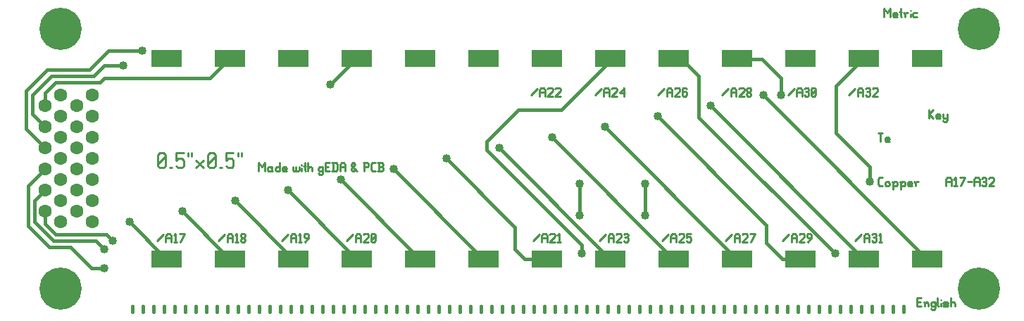
<source format=gbr>
G04 start of page 2 for group 0 idx 0 *
G04 Title: (unknown), component *
G04 Creator: pcb 20110918 *
G04 CreationDate: Wed Jul 18 21:40:28 2012 UTC *
G04 For: fosse *
G04 Format: Gerber/RS-274X *
G04 PCB-Dimensions: 476000 152000 *
G04 PCB-Coordinate-Origin: lower left *
%MOIN*%
%FSLAX25Y25*%
%LNTOP*%
%ADD53C,0.0339*%
%ADD52C,0.1091*%
%ADD51C,0.0200*%
%ADD50C,0.0400*%
%ADD49R,0.0807X0.0807*%
%ADD48C,0.0630*%
%ADD47C,0.2000*%
%ADD46C,0.0100*%
%ADD45C,0.0150*%
G54D45*X284540Y91000D02*X347020Y28520D01*
X303501Y49000D02*Y64000D01*
X309500Y96000D02*X309540D01*
X334500Y101000D02*X334540D01*
X359501Y106000D02*Y105998D01*
X361000Y44500D02*X309500Y96000D01*
X329000Y115000D02*Y95501D01*
X361000Y36000D02*Y44500D01*
X334540Y101000D02*X407020Y28520D01*
X377020D02*X368480D01*
X361000Y36000D01*
X329000Y95501D02*X393501Y31000D01*
X368000Y106000D02*Y114000D01*
X359000Y123000D01*
X394000Y110497D02*X407040Y123538D01*
X359000Y123000D02*X347578D01*
X359501Y105998D02*X437000Y28500D01*
X410000Y65000D02*Y72000D01*
X394000Y88000D02*Y110497D01*
X410000Y72000D02*X394000Y88000D01*
X24500Y112000D02*X45500D01*
X19520Y91000D02*X19500D01*
X13500Y97000D01*
Y106000D01*
X10500Y90000D02*Y108000D01*
X47500Y114000D02*X45500Y112000D01*
X19520Y101000D02*Y107020D01*
Y106980D02*Y107020D01*
X24500Y112000D01*
X13500Y106000D02*X22500Y115000D01*
X10500Y108000D02*X20500Y118000D01*
X22500Y115000D02*X42500D01*
X20500Y118000D02*X40500D01*
X49500Y127000D02*X40500Y118000D01*
X47500Y120000D02*X42500Y115000D01*
X19500Y81000D02*X10500Y90000D01*
X19520Y81000D02*X19500D01*
X19520Y61000D02*X19501D01*
X19520Y71000D02*X19501D01*
X19520Y51000D02*Y44981D01*
X24501Y40000D01*
X19501Y61000D02*X14501Y56000D01*
Y46000D01*
X23501Y37000D01*
X19501Y71000D02*X11501Y63000D01*
Y44000D01*
X21501Y34000D01*
X23501Y37000D02*X43501D01*
X21501Y34000D02*X31501D01*
X24501Y40000D02*X48501D01*
X43501Y37000D02*X47501Y33000D01*
X48501Y40000D02*X51501Y37000D01*
X47501Y24000D02*X41501D01*
X31501Y34000D02*X41501Y24000D01*
X65500Y127000D02*X49500D01*
X56500Y120000D02*X47500D01*
Y114000D02*X97502D01*
X107040Y123538D01*
X154501Y111000D02*X154502D01*
X167040Y123538D01*
X287040D02*Y122040D01*
X317020Y123519D02*X320481D01*
X329000Y115000D01*
X347578Y123000D02*X347040Y123538D01*
X159580Y66000D02*X197040Y28540D01*
X184540Y71000D02*X227020Y28520D01*
X184500Y71000D02*X184540D01*
X209500Y76000D02*X209540D01*
X234500Y81000D02*X234540D01*
X228501Y84000D02*Y80000D01*
X242000Y43500D02*X209500Y76000D01*
X259540Y86000D02*X317020Y28520D01*
X284500Y91000D02*X284540D01*
X272501Y49000D02*Y64000D01*
X234540Y81000D02*X287020Y28520D01*
X259500Y86000D02*X259540D01*
X228501Y80000D02*X273501Y35000D01*
Y31000D01*
X257020Y28520D02*X246480D01*
X242000Y33000D01*
Y43500D01*
X243501Y99000D02*X228501Y84000D01*
X243501Y99000D02*X264000D01*
X287040Y122040D02*X264000Y99000D01*
X59499Y46000D02*X59540D01*
X77020Y28520D01*
X84500Y51000D02*X84540D01*
X107020Y28520D01*
X109500Y56000D02*X109540D01*
X137020Y28520D01*
X134500Y61000D02*X134540D01*
X167020Y28520D01*
X159540Y66000D02*X159580D01*
X61001Y3500D02*Y6000D01*
X66001Y3500D02*Y6000D01*
X71001Y3500D02*Y6000D01*
X76001Y3500D02*Y6000D01*
X81001Y3500D02*Y6000D01*
X86001Y3500D02*Y6000D01*
X91001Y3500D02*Y6000D01*
X96001Y3500D02*Y6000D01*
X101001Y3500D02*Y6000D01*
X106001Y3500D02*Y6000D01*
X111001Y3500D02*Y6000D01*
X116001Y3500D02*Y6000D01*
X121001Y3500D02*Y6000D01*
X126001Y3500D02*Y6000D01*
X131001Y3500D02*Y6000D01*
X136001Y3500D02*Y6000D01*
X141001Y3500D02*Y6000D01*
X146001Y3500D02*Y6000D01*
X151001Y3500D02*Y6000D01*
X156001Y3500D02*Y6000D01*
X161001Y3500D02*Y6000D01*
X166001Y3500D02*Y6000D01*
X171001Y3500D02*Y6000D01*
X176001Y3500D02*Y6000D01*
X181001Y3500D02*Y6000D01*
X186001Y3500D02*Y6000D01*
X191001Y3500D02*Y6000D01*
X196001Y3500D02*Y6000D01*
X201001Y3500D02*Y6000D01*
X206001Y3500D02*Y6000D01*
X211001Y3500D02*Y6000D01*
X216001Y3500D02*Y6000D01*
X221001Y3500D02*Y6000D01*
X226001Y3500D02*Y6000D01*
X231001Y3500D02*Y6000D01*
X236001Y3500D02*Y6000D01*
X241001Y3500D02*Y6000D01*
X246001Y3500D02*Y6000D01*
X251001Y3500D02*Y6000D01*
X256001Y3500D02*Y6000D01*
X261001Y3500D02*Y6000D01*
X266001Y3500D02*Y6000D01*
X271001Y3500D02*Y6000D01*
X276001Y3500D02*Y6000D01*
X281001Y3500D02*Y6000D01*
X286001Y3500D02*Y6000D01*
X291001Y3500D02*Y6000D01*
X296001Y3500D02*Y6000D01*
X301001Y3500D02*Y6000D01*
X306001Y3500D02*Y6000D01*
X311001Y3500D02*Y6000D01*
X316001Y3500D02*Y6000D01*
X321001Y3500D02*Y6000D01*
X326001Y3500D02*Y6000D01*
X331001Y3500D02*Y6000D01*
X336001Y3500D02*Y6000D01*
X341001Y3500D02*Y6000D01*
X346001Y3500D02*Y6000D01*
X351001Y3500D02*Y6000D01*
X356001Y3500D02*Y6000D01*
X361001Y3500D02*Y6000D01*
X366001Y3500D02*Y6000D01*
X371001Y3500D02*Y6000D01*
X376001Y3500D02*Y6000D01*
X381001Y3500D02*Y6000D01*
X386001Y3500D02*Y6000D01*
X391001Y3500D02*Y6000D01*
X396001Y3500D02*Y6000D01*
X401001Y3500D02*Y6000D01*
X406001Y3500D02*Y6000D01*
X411001Y3500D02*Y6000D01*
X416001Y3500D02*Y6000D01*
X421001Y3500D02*Y6000D01*
X426001Y3500D02*Y6000D01*
G54D46*X73000Y72625D02*X73875Y71750D01*
X73000Y77875D02*Y72625D01*
Y77875D02*X73875Y78750D01*
X75625D01*
X76500Y77875D01*
Y72625D01*
X75625Y71750D02*X76500Y72625D01*
X73875Y71750D02*X75625D01*
X73000Y73500D02*X76500Y77000D01*
X78600Y71750D02*X79475D01*
X81575Y78750D02*X85075D01*
X81575D02*Y75250D01*
X82450Y76125D01*
X84200D01*
X85075Y75250D01*
Y72625D01*
X84200Y71750D02*X85075Y72625D01*
X82450Y71750D02*X84200D01*
X81575Y72625D02*X82450Y71750D01*
X87175Y78750D02*Y77000D01*
X88925Y78750D02*Y77000D01*
X91025Y75250D02*X94525Y71750D01*
X91025D02*X94525Y75250D01*
X96625Y72625D02*X97500Y71750D01*
X96625Y77875D02*Y72625D01*
Y77875D02*X97500Y78750D01*
X99250D01*
X100125Y77875D01*
Y72625D01*
X99250Y71750D02*X100125Y72625D01*
X97500Y71750D02*X99250D01*
X96625Y73500D02*X100125Y77000D01*
X102225Y71750D02*X103100D01*
X105200Y78750D02*X108700D01*
X105200D02*Y75250D01*
X106075Y76125D01*
X107825D01*
X108700Y75250D01*
Y72625D01*
X107825Y71750D02*X108700Y72625D01*
X106075Y71750D02*X107825D01*
X105200Y72625D02*X106075Y71750D01*
X110800Y78750D02*Y77000D01*
X112550Y78750D02*Y77000D01*
X120662Y74000D02*Y70000D01*
Y74000D02*X122162Y72000D01*
X123662Y74000D01*
Y70000D01*
X126362Y72000D02*X126862Y71500D01*
X125362Y72000D02*X126362D01*
X124862Y71500D02*X125362Y72000D01*
X124862Y71500D02*Y70500D01*
X125362Y70000D01*
X126862Y72000D02*Y70500D01*
X127362Y70000D01*
X125362D02*X126362D01*
X126862Y70500D01*
X130562Y74000D02*Y70000D01*
X130062D02*X130562Y70500D01*
X129062Y70000D02*X130062D01*
X128562Y70500D02*X129062Y70000D01*
X128562Y71500D02*Y70500D01*
Y71500D02*X129062Y72000D01*
X130062D01*
X130562Y71500D01*
X132262Y70000D02*X133762D01*
X131762Y70500D02*X132262Y70000D01*
X131762Y71500D02*Y70500D01*
Y71500D02*X132262Y72000D01*
X133262D01*
X133762Y71500D01*
X131762Y71000D02*X133762D01*
Y71500D02*Y71000D01*
X136762Y72000D02*Y70500D01*
X137262Y70000D01*
X137762D01*
X138262Y70500D01*
Y72000D02*Y70500D01*
X138762Y70000D01*
X139262D01*
X139762Y70500D01*
Y72000D02*Y70500D01*
X140962Y73000D02*Y72900D01*
Y71500D02*Y70000D01*
X142462Y74000D02*Y70500D01*
X142962Y70000D01*
X141962Y72500D02*X142962D01*
X143962Y74000D02*Y70000D01*
Y71500D02*X144462Y72000D01*
X145462D01*
X145962Y71500D01*
Y70000D01*
X150462Y72000D02*X150962Y71500D01*
X149462Y72000D02*X150462D01*
X148962Y71500D02*X149462Y72000D01*
X148962Y71500D02*Y70500D01*
X149462Y70000D01*
X150462D01*
X150962Y70500D01*
X148962Y69000D02*X149462Y68500D01*
X150462D01*
X150962Y69000D01*
Y72000D02*Y69000D01*
X152162Y72200D02*X153662D01*
X152162Y70000D02*X154162D01*
X152162Y74000D02*Y70000D01*
Y74000D02*X154162D01*
X155862D02*Y70000D01*
X157162Y74000D02*X157862Y73300D01*
Y70700D01*
X157162Y70000D02*X157862Y70700D01*
X155362Y70000D02*X157162D01*
X155362Y74000D02*X157162D01*
X159062Y73000D02*Y70000D01*
Y73000D02*X159762Y74000D01*
X160862D01*
X161562Y73000D01*
Y70000D01*
X159062Y72000D02*X161562D01*
X164562Y70500D02*X165062Y70000D01*
X164562Y73500D02*Y72500D01*
Y73500D02*X165062Y74000D01*
X164562Y71500D02*X166062Y73000D01*
X165062Y70000D02*X165562D01*
X166562Y71000D01*
X164562Y72500D02*X167062Y70000D01*
X165062Y74000D02*X165562D01*
X166062Y73500D01*
Y73000D01*
X164562Y71500D02*Y70500D01*
X170562Y74000D02*Y70000D01*
X170062Y74000D02*X172062D01*
X172562Y73500D01*
Y72500D01*
X172062Y72000D02*X172562Y72500D01*
X170562Y72000D02*X172062D01*
X174462Y70000D02*X175762D01*
X173762Y70700D02*X174462Y70000D01*
X173762Y73300D02*Y70700D01*
Y73300D02*X174462Y74000D01*
X175762D01*
X176962Y70000D02*X178962D01*
X179462Y70500D01*
Y71700D02*Y70500D01*
X178962Y72200D02*X179462Y71700D01*
X177462Y72200D02*X178962D01*
X177462Y74000D02*Y70000D01*
X176962Y74000D02*X178962D01*
X179462Y73500D01*
Y72700D01*
X178962Y72200D02*X179462Y72700D01*
X101600Y37100D02*X104600Y40100D01*
X105800Y39600D02*Y36600D01*
Y39600D02*X106500Y40600D01*
X107600D01*
X108300Y39600D01*
Y36600D01*
X105800Y38600D02*X108300D01*
X109500Y39800D02*X110300Y40600D01*
Y36600D01*
X109500D02*X111000D01*
X112200Y37100D02*X112700Y36600D01*
X112200Y37900D02*Y37100D01*
Y37900D02*X112900Y38600D01*
X113500D01*
X114200Y37900D01*
Y37100D01*
X113700Y36600D02*X114200Y37100D01*
X112700Y36600D02*X113700D01*
X112200Y39300D02*X112900Y38600D01*
X112200Y40100D02*Y39300D01*
Y40100D02*X112700Y40600D01*
X113700D01*
X114200Y40100D01*
Y39300D01*
X113500Y38600D02*X114200Y39300D01*
X72500Y37000D02*X75500Y40000D01*
X76700Y39500D02*Y36500D01*
Y39500D02*X77400Y40500D01*
X78500D01*
X79200Y39500D01*
Y36500D01*
X76700Y38500D02*X79200D01*
X80400Y39700D02*X81200Y40500D01*
Y36500D01*
X80400D02*X81900D01*
X83600D02*X85600Y40500D01*
X83100D02*X85600D01*
X131600Y37000D02*X134600Y40000D01*
X135800Y39500D02*Y36500D01*
Y39500D02*X136500Y40500D01*
X137600D01*
X138300Y39500D01*
Y36500D01*
X135800Y38500D02*X138300D01*
X139500Y39700D02*X140300Y40500D01*
Y36500D01*
X139500D02*X141000D01*
X142700D02*X144200Y38500D01*
Y40000D02*Y38500D01*
X143700Y40500D02*X144200Y40000D01*
X142700Y40500D02*X143700D01*
X142200Y40000D02*X142700Y40500D01*
X142200Y40000D02*Y39000D01*
X142700Y38500D01*
X144200D01*
X162200Y37000D02*X165200Y40000D01*
X166400Y39500D02*Y36500D01*
Y39500D02*X167100Y40500D01*
X168200D01*
X168900Y39500D01*
Y36500D01*
X166400Y38500D02*X168900D01*
X170100Y40000D02*X170600Y40500D01*
X172100D01*
X172600Y40000D01*
Y39000D01*
X170100Y36500D02*X172600Y39000D01*
X170100Y36500D02*X172600D01*
X173800Y37000D02*X174300Y36500D01*
X173800Y40000D02*Y37000D01*
Y40000D02*X174300Y40500D01*
X175300D01*
X175800Y40000D01*
Y37000D01*
X175300Y36500D02*X175800Y37000D01*
X174300Y36500D02*X175300D01*
X173800Y37500D02*X175800Y39500D01*
X250400Y37100D02*X253400Y40100D01*
X254600Y39600D02*Y36600D01*
Y39600D02*X255300Y40600D01*
X256400D01*
X257100Y39600D01*
Y36600D01*
X254600Y38600D02*X257100D01*
X258300Y40100D02*X258800Y40600D01*
X260300D01*
X260800Y40100D01*
Y39100D01*
X258300Y36600D02*X260800Y39100D01*
X258300Y36600D02*X260800D01*
X262000Y39800D02*X262800Y40600D01*
Y36600D01*
X262000D02*X263500D01*
X432320Y8283D02*X433820D01*
X432320Y6083D02*X434320D01*
X432320Y10083D02*Y6083D01*
Y10083D02*X434320D01*
X436020Y7583D02*Y6083D01*
Y7583D02*X436520Y8083D01*
X437020D01*
X437520Y7583D01*
Y6083D01*
X435520Y8083D02*X436020Y7583D01*
X440220Y8083D02*X440720Y7583D01*
X439220Y8083D02*X440220D01*
X438720Y7583D02*X439220Y8083D01*
X438720Y7583D02*Y6583D01*
X439220Y6083D01*
X440220D01*
X440720Y6583D01*
X438720Y5083D02*X439220Y4583D01*
X440220D01*
X440720Y5083D01*
Y8083D02*Y5083D01*
X441920Y10083D02*Y6583D01*
X442420Y6083D01*
X443420Y9083D02*Y8983D01*
Y7583D02*Y6083D01*
X444920D02*X446420D01*
X446920Y6583D01*
X446420Y7083D02*X446920Y6583D01*
X444920Y7083D02*X446420D01*
X444420Y7583D02*X444920Y7083D01*
X444420Y7583D02*X444920Y8083D01*
X446420D01*
X446920Y7583D01*
X444420Y6583D02*X444920Y6083D01*
X448120Y10083D02*Y6083D01*
Y7583D02*X448620Y8083D01*
X449620D01*
X450120Y7583D01*
Y6083D01*
X281900Y37100D02*X284900Y40100D01*
X286100Y39600D02*Y36600D01*
Y39600D02*X286800Y40600D01*
X287900D01*
X288600Y39600D01*
Y36600D01*
X286100Y38600D02*X288600D01*
X289800Y40100D02*X290300Y40600D01*
X291800D01*
X292300Y40100D01*
Y39100D01*
X289800Y36600D02*X292300Y39100D01*
X289800Y36600D02*X292300D01*
X293500Y40100D02*X294000Y40600D01*
X295000D01*
X295500Y40100D01*
X295000Y36600D02*X295500Y37100D01*
X294000Y36600D02*X295000D01*
X293500Y37100D02*X294000Y36600D01*
Y38800D02*X295000D01*
X295500Y40100D02*Y39300D01*
Y38300D02*Y37100D01*
Y38300D02*X295000Y38800D01*
X295500Y39300D02*X295000Y38800D01*
X311500Y37000D02*X314500Y40000D01*
X315700Y39500D02*Y36500D01*
Y39500D02*X316400Y40500D01*
X317500D01*
X318200Y39500D01*
Y36500D01*
X315700Y38500D02*X318200D01*
X319400Y40000D02*X319900Y40500D01*
X321400D01*
X321900Y40000D01*
Y39000D01*
X319400Y36500D02*X321900Y39000D01*
X319400Y36500D02*X321900D01*
X323100Y40500D02*X325100D01*
X323100D02*Y38500D01*
X323600Y39000D01*
X324600D01*
X325100Y38500D01*
Y37000D01*
X324600Y36500D02*X325100Y37000D01*
X323600Y36500D02*X324600D01*
X323100Y37000D02*X323600Y36500D01*
X341600Y37000D02*X344600Y40000D01*
X345800Y39500D02*Y36500D01*
Y39500D02*X346500Y40500D01*
X347600D01*
X348300Y39500D01*
Y36500D01*
X345800Y38500D02*X348300D01*
X349500Y40000D02*X350000Y40500D01*
X351500D01*
X352000Y40000D01*
Y39000D01*
X349500Y36500D02*X352000Y39000D01*
X349500Y36500D02*X352000D01*
X353700D02*X355700Y40500D01*
X353200D02*X355700D01*
X368600Y37000D02*X371600Y40000D01*
X372800Y39500D02*Y36500D01*
Y39500D02*X373500Y40500D01*
X374600D01*
X375300Y39500D01*
Y36500D01*
X372800Y38500D02*X375300D01*
X376500Y40000D02*X377000Y40500D01*
X378500D01*
X379000Y40000D01*
Y39000D01*
X376500Y36500D02*X379000Y39000D01*
X376500Y36500D02*X379000D01*
X380700D02*X382200Y38500D01*
Y40000D02*Y38500D01*
X381700Y40500D02*X382200Y40000D01*
X380700Y40500D02*X381700D01*
X380200Y40000D02*X380700Y40500D01*
X380200Y40000D02*Y39000D01*
X380700Y38500D01*
X382200D01*
X403000Y37000D02*X406000Y40000D01*
X407200Y39500D02*Y36500D01*
Y39500D02*X407900Y40500D01*
X409000D01*
X409700Y39500D01*
Y36500D01*
X407200Y38500D02*X409700D01*
X410900Y40000D02*X411400Y40500D01*
X412400D01*
X412900Y40000D01*
X412400Y36500D02*X412900Y37000D01*
X411400Y36500D02*X412400D01*
X410900Y37000D02*X411400Y36500D01*
Y38700D02*X412400D01*
X412900Y40000D02*Y39200D01*
Y38200D02*Y37000D01*
Y38200D02*X412400Y38700D01*
X412900Y39200D02*X412400Y38700D01*
X414100Y39700D02*X414900Y40500D01*
Y36500D01*
X414100D02*X415600D01*
X249400Y106000D02*X252400Y109000D01*
X253600Y108500D02*Y105500D01*
Y108500D02*X254300Y109500D01*
X255400D01*
X256100Y108500D01*
Y105500D01*
X253600Y107500D02*X256100D01*
X257300Y109000D02*X257800Y109500D01*
X259300D01*
X259800Y109000D01*
Y108000D01*
X257300Y105500D02*X259800Y108000D01*
X257300Y105500D02*X259800D01*
X261000Y109000D02*X261500Y109500D01*
X263000D01*
X263500Y109000D01*
Y108000D01*
X261000Y105500D02*X263500Y108000D01*
X261000Y105500D02*X263500D01*
X279800Y106000D02*X282800Y109000D01*
X284000Y108500D02*Y105500D01*
Y108500D02*X284700Y109500D01*
X285800D01*
X286500Y108500D01*
Y105500D01*
X284000Y107500D02*X286500D01*
X287700Y109000D02*X288200Y109500D01*
X289700D01*
X290200Y109000D01*
Y108000D01*
X287700Y105500D02*X290200Y108000D01*
X287700Y105500D02*X290200D01*
X291400Y107000D02*X293400Y109500D01*
X291400Y107000D02*X293900D01*
X293400Y109500D02*Y105500D01*
X309600Y106100D02*X312600Y109100D01*
X313800Y108600D02*Y105600D01*
Y108600D02*X314500Y109600D01*
X315600D01*
X316300Y108600D01*
Y105600D01*
X313800Y107600D02*X316300D01*
X317500Y109100D02*X318000Y109600D01*
X319500D01*
X320000Y109100D01*
Y108100D01*
X317500Y105600D02*X320000Y108100D01*
X317500Y105600D02*X320000D01*
X322700Y109600D02*X323200Y109100D01*
X321700Y109600D02*X322700D01*
X321200Y109100D02*X321700Y109600D01*
X321200Y109100D02*Y106100D01*
X321700Y105600D01*
X322700Y107800D02*X323200Y107300D01*
X321200Y107800D02*X322700D01*
X321700Y105600D02*X322700D01*
X323200Y106100D01*
Y107300D02*Y106100D01*
X340000D02*X343000Y109100D01*
X344200Y108600D02*Y105600D01*
Y108600D02*X344900Y109600D01*
X346000D01*
X346700Y108600D01*
Y105600D01*
X344200Y107600D02*X346700D01*
X347900Y109100D02*X348400Y109600D01*
X349900D01*
X350400Y109100D01*
Y108100D01*
X347900Y105600D02*X350400Y108100D01*
X347900Y105600D02*X350400D01*
X351600Y106100D02*X352100Y105600D01*
X351600Y106900D02*Y106100D01*
Y106900D02*X352300Y107600D01*
X352900D01*
X353600Y106900D01*
Y106100D01*
X353100Y105600D02*X353600Y106100D01*
X352100Y105600D02*X353100D01*
X351600Y108300D02*X352300Y107600D01*
X351600Y109100D02*Y108300D01*
Y109100D02*X352100Y109600D01*
X353100D01*
X353600Y109100D01*
Y108300D01*
X352900Y107600D02*X353600Y108300D01*
X416572Y147091D02*Y143091D01*
Y147091D02*X418072Y145091D01*
X419572Y147091D01*
Y143091D01*
X421272D02*X422772D01*
X420772Y143591D02*X421272Y143091D01*
X420772Y144591D02*Y143591D01*
Y144591D02*X421272Y145091D01*
X422272D01*
X422772Y144591D01*
X420772Y144091D02*X422772D01*
Y144591D02*Y144091D01*
X424472Y147091D02*Y143591D01*
X424972Y143091D01*
X423972Y145591D02*X424972D01*
X426472Y144591D02*Y143091D01*
Y144591D02*X426972Y145091D01*
X427972D01*
X425972D02*X426472Y144591D01*
X429172Y146091D02*Y145991D01*
Y144591D02*Y143091D01*
X430672Y145091D02*X432172D01*
X430172Y144591D02*X430672Y145091D01*
X430172Y144591D02*Y143591D01*
X430672Y143091D01*
X432172D01*
X414700Y63000D02*X416000D01*
X414000Y63700D02*X414700Y63000D01*
X414000Y66300D02*Y63700D01*
Y66300D02*X414700Y67000D01*
X416000D01*
X417200Y64500D02*Y63500D01*
Y64500D02*X417700Y65000D01*
X418700D01*
X419200Y64500D01*
Y63500D01*
X418700Y63000D02*X419200Y63500D01*
X417700Y63000D02*X418700D01*
X417200Y63500D02*X417700Y63000D01*
X420900Y64500D02*Y61500D01*
X420400Y65000D02*X420900Y64500D01*
X421400Y65000D01*
X422400D01*
X422900Y64500D01*
Y63500D01*
X422400Y63000D02*X422900Y63500D01*
X421400Y63000D02*X422400D01*
X420900Y63500D02*X421400Y63000D01*
X424600Y64500D02*Y61500D01*
X424100Y65000D02*X424600Y64500D01*
X425100Y65000D01*
X426100D01*
X426600Y64500D01*
Y63500D01*
X426100Y63000D02*X426600Y63500D01*
X425100Y63000D02*X426100D01*
X424600Y63500D02*X425100Y63000D01*
X428300D02*X429800D01*
X427800Y63500D02*X428300Y63000D01*
X427800Y64500D02*Y63500D01*
Y64500D02*X428300Y65000D01*
X429300D01*
X429800Y64500D01*
X427800Y64000D02*X429800D01*
Y64500D02*Y64000D01*
X431500Y64500D02*Y63000D01*
Y64500D02*X432000Y65000D01*
X433000D01*
X431000D02*X431500Y64500D01*
X414000Y88000D02*X416000D01*
X415000D02*Y84000D01*
X417700D02*X419200D01*
X417200Y84500D02*X417700Y84000D01*
X417200Y85500D02*Y84500D01*
Y85500D02*X417700Y86000D01*
X418700D01*
X419200Y85500D01*
X417200Y85000D02*X419200D01*
Y85500D02*Y85000D01*
X446000Y66000D02*Y63000D01*
Y66000D02*X446700Y67000D01*
X447800D01*
X448500Y66000D01*
Y63000D01*
X446000Y65000D02*X448500D01*
X449700Y66200D02*X450500Y67000D01*
Y63000D01*
X449700D02*X451200D01*
X452900D02*X454900Y67000D01*
X452400D02*X454900D01*
X456100Y65000D02*X458100D01*
X459300Y66000D02*Y63000D01*
Y66000D02*X460000Y67000D01*
X461100D01*
X461800Y66000D01*
Y63000D01*
X459300Y65000D02*X461800D01*
X463000Y66500D02*X463500Y67000D01*
X464500D01*
X465000Y66500D01*
X464500Y63000D02*X465000Y63500D01*
X463500Y63000D02*X464500D01*
X463000Y63500D02*X463500Y63000D01*
Y65200D02*X464500D01*
X465000Y66500D02*Y65700D01*
Y64700D02*Y63500D01*
Y64700D02*X464500Y65200D01*
X465000Y65700D02*X464500Y65200D01*
X466200Y66500D02*X466700Y67000D01*
X468200D01*
X468700Y66500D01*
Y65500D01*
X466200Y63000D02*X468700Y65500D01*
X466200Y63000D02*X468700D01*
X438000Y99000D02*Y95000D01*
Y97000D02*X440000Y99000D01*
X438000Y97000D02*X440000Y95000D01*
X441700D02*X443200D01*
X441200Y95500D02*X441700Y95000D01*
X441200Y96500D02*Y95500D01*
Y96500D02*X441700Y97000D01*
X442700D01*
X443200Y96500D01*
X441200Y96000D02*X443200D01*
Y96500D02*Y96000D01*
X444400Y97000D02*Y95500D01*
X444900Y95000D01*
X446400Y97000D02*Y94000D01*
X445900Y93500D02*X446400Y94000D01*
X444900Y93500D02*X445900D01*
X444400Y94000D02*X444900Y93500D01*
Y95000D02*X445900D01*
X446400Y95500D01*
X371100Y106100D02*X374100Y109100D01*
X375300Y108600D02*Y105600D01*
Y108600D02*X376000Y109600D01*
X377100D01*
X377800Y108600D01*
Y105600D01*
X375300Y107600D02*X377800D01*
X379000Y109100D02*X379500Y109600D01*
X380500D01*
X381000Y109100D01*
X380500Y105600D02*X381000Y106100D01*
X379500Y105600D02*X380500D01*
X379000Y106100D02*X379500Y105600D01*
Y107800D02*X380500D01*
X381000Y109100D02*Y108300D01*
Y107300D02*Y106100D01*
Y107300D02*X380500Y107800D01*
X381000Y108300D02*X380500Y107800D01*
X382200Y106100D02*X382700Y105600D01*
X382200Y109100D02*Y106100D01*
Y109100D02*X382700Y109600D01*
X383700D01*
X384200Y109100D01*
Y106100D01*
X383700Y105600D02*X384200Y106100D01*
X382700Y105600D02*X383700D01*
X382200Y106600D02*X384200Y108600D01*
X400000Y106000D02*X403000Y109000D01*
X404200Y108500D02*Y105500D01*
Y108500D02*X404900Y109500D01*
X406000D01*
X406700Y108500D01*
Y105500D01*
X404200Y107500D02*X406700D01*
X407900Y109000D02*X408400Y109500D01*
X409400D01*
X409900Y109000D01*
X409400Y105500D02*X409900Y106000D01*
X408400Y105500D02*X409400D01*
X407900Y106000D02*X408400Y105500D01*
Y107700D02*X409400D01*
X409900Y109000D02*Y108200D01*
Y107200D02*Y106000D01*
Y107200D02*X409400Y107700D01*
X409900Y108200D02*X409400Y107700D01*
X411100Y109000D02*X411600Y109500D01*
X413100D01*
X413600Y109000D01*
Y108000D01*
X411100Y105500D02*X413600Y108000D01*
X411100Y105500D02*X413600D01*
G54D47*X27000Y14504D03*
G54D48*Y46000D03*
X41961D03*
X34480Y51000D03*
X19520D03*
X27000Y56000D03*
X41961D03*
G54D47*X27000Y137496D03*
G54D48*X34480Y61000D03*
Y71000D03*
Y81000D03*
Y91000D03*
Y101000D03*
X19520Y61000D03*
Y71000D03*
Y81000D03*
Y91000D03*
Y101000D03*
X27000Y66000D03*
Y76000D03*
Y86000D03*
Y96000D03*
Y106000D03*
X41961Y66000D03*
Y76000D03*
Y86000D03*
Y96000D03*
Y106000D03*
G54D49*X433851Y28500D02*X440150D01*
X403871Y28520D02*X410170D01*
X373871D02*X380170D01*
X343871D02*X350170D01*
X433891Y123539D02*X440190D01*
X403891Y123538D02*X410190D01*
X373891D02*X380190D01*
X343891D02*X350190D01*
X253891D02*X260190D01*
X313871Y28520D02*X320170D01*
X283871D02*X290170D01*
X313871Y123519D02*X320170D01*
X283891Y123538D02*X290190D01*
X253871Y28520D02*X260170D01*
X223890Y28500D02*X230189D01*
X163871Y28520D02*X170170D01*
X193891Y28540D02*X200190D01*
X133871Y28520D02*X140170D01*
X103870D02*X110169D01*
X73871D02*X80170D01*
X223871Y123519D02*X230170D01*
X193891Y123538D02*X200190D01*
X163891D02*X170190D01*
X133891D02*X140190D01*
X103891D02*X110190D01*
X73891D02*X80190D01*
G54D50*X65500Y127000D03*
X56500Y120000D03*
X77040Y123538D03*
X59499Y46000D03*
X84500Y51000D03*
X47501Y33000D03*
X51501Y37000D03*
X47501Y24000D03*
X359501Y106000D03*
X437041Y123539D03*
G54D47*X461383Y137496D03*
G54D50*X377040Y123538D03*
X368000Y106000D03*
X334500Y101000D03*
X303501Y49000D03*
Y64000D03*
X309500Y96000D03*
X284500Y91000D03*
X259500Y86000D03*
X272501Y64000D03*
X393501Y31000D03*
G54D47*X461383Y14504D03*
G54D50*X410000Y65000D03*
X272501Y49000D03*
X273501Y31000D03*
X137040Y123538D03*
X197040D03*
X257040D03*
X227020Y123519D03*
X154501Y111000D03*
X159540Y66000D03*
X134500Y61000D03*
X109500Y56000D03*
X234500Y81000D03*
X209500Y76000D03*
X184500Y71000D03*
G54D51*G54D52*G54D51*G54D52*G54D51*G54D52*G54D53*G54D52*G54D53*M02*

</source>
